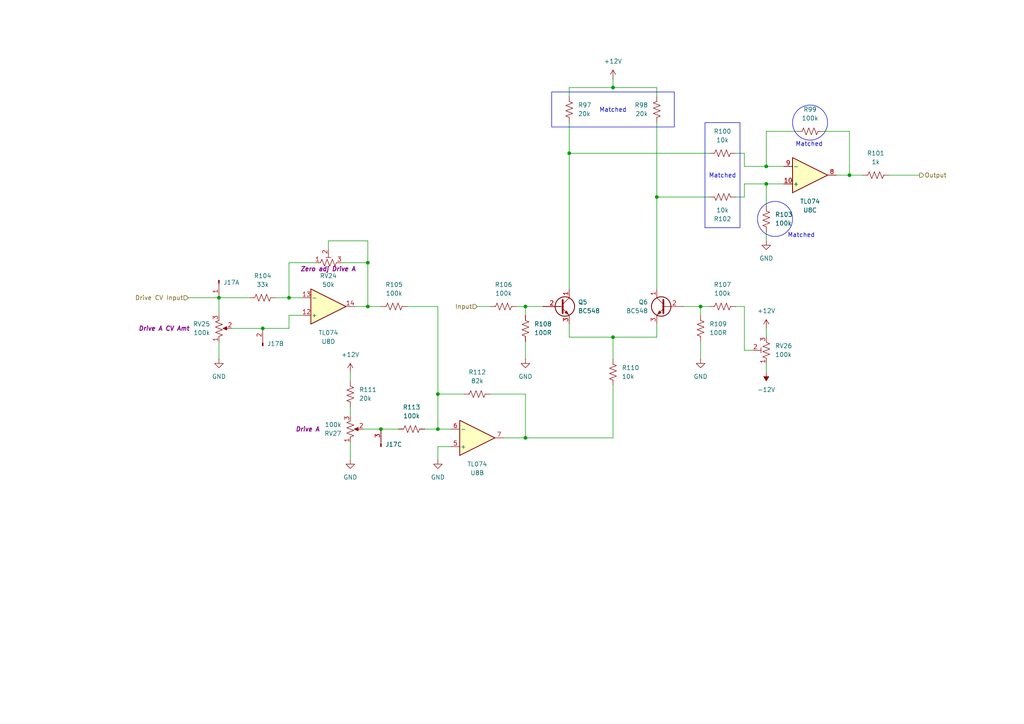
<source format=kicad_sch>
(kicad_sch (version 20231120) (generator "eeschema") (generator_version "8.0")
  (paper "A4")
  (title_block (company "DMH Instruments") (comment 1 "PCB for 10cm Kosmo format synthesizer module"))
  (lib_symbols
    (symbol "Amplifier_Operational:TL074" (pin_names (offset 0.127))
      (property "Reference" "U" (at 0 5.08 0))
      (property "Value" "TL074" (at 0 -5.08 0))
      (symbol "TL074_1_1"
        (polyline (pts (xy -5.08 5.08) (xy 5.08 0) (xy -5.08 -5.08) (xy -5.08 5.08)) (stroke (width 0.254)) (fill (type background)))
        (pin output line (at 7.62 0 180) (length 2.54) (name "~") (number "1"))
        (pin input line (at -7.62 -2.54 0) (length 2.54) (name "-") (number "2"))
        (pin input line (at -7.62 2.54 0) (length 2.54) (name "+") (number "3"))
      )
      (symbol "TL074_2_1"
        (polyline (pts (xy -5.08 5.08) (xy 5.08 0) (xy -5.08 -5.08) (xy -5.08 5.08)) (stroke (width 0.254)) (fill (type background)))
        (pin input line (at -7.62 2.54 0) (length 2.54) (name "+") (number "5"))
        (pin input line (at -7.62 -2.54 0) (length 2.54) (name "-") (number "6"))
        (pin output line (at 7.62 0 180) (length 2.54) (name "~") (number "7"))
      )
      (symbol "TL074_3_1"
        (polyline (pts (xy -5.08 5.08) (xy 5.08 0) (xy -5.08 -5.08) (xy -5.08 5.08)) (stroke (width 0.254)) (fill (type background)))
        (pin input line (at -7.62 2.54 0) (length 2.54) (name "+") (number "10"))
        (pin output line (at 7.62 0 180) (length 2.54) (name "~") (number "8"))
        (pin input line (at -7.62 -2.54 0) (length 2.54) (name "-") (number "9"))
      )
      (symbol "TL074_4_1"
        (polyline (pts (xy -5.08 5.08) (xy 5.08 0) (xy -5.08 -5.08) (xy -5.08 5.08)) (stroke (width 0.254)) (fill (type background)))
        (pin input line (at -7.62 2.54 0) (length 2.54) (name "+") (number "12"))
        (pin input line (at -7.62 -2.54 0) (length 2.54) (name "-") (number "13"))
        (pin output line (at 7.62 0 180) (length 2.54) (name "~") (number "14"))
      )
      (symbol "TL074_5_1"
        (pin power_in line (at -2.54 -7.62 90) (length 3.81) (name "V-") (number "11"))
        (pin power_in line (at -2.54 7.62 270) (length 3.81) (name "V+") (number "4"))
      )
    )
    (symbol "Device:R_Potentiometer_Trim_US" (pin_names (offset 1.016) hide)
      (property "Reference" "RV" (at -4.445 0 90))
      (property "Value" "R_Potentiometer_Trim_US" (at -2.54 0 90))
      (symbol "R_Potentiometer_Trim_US_0_1"
        (polyline (pts (xy 0 -2.286) (xy 0 -2.54)))
        (polyline (pts (xy 0 2.286) (xy 0 2.54)))
        (polyline (pts (xy 1.524 0.762) (xy 1.524 -0.762)))
        (polyline (pts (xy 2.54 0) (xy 1.524 0)))
        (polyline (pts (xy 0 -0.762) (xy 1.016 -1.143) (xy 0 -1.524) (xy -1.016 -1.905) (xy 0 -2.286)))
        (polyline (pts (xy 0 0.762) (xy 1.016 0.381) (xy 0 0) (xy -1.016 -0.381) (xy 0 -0.762)))
        (polyline (pts (xy 0 2.286) (xy 1.016 1.905) (xy 0 1.524) (xy -1.016 1.143) (xy 0 0.762)))
      )
      (symbol "R_Potentiometer_Trim_US_1_1"
        (pin passive line (at 0 3.81 270) (length 1.27) (name "1") (number "1"))
        (pin passive line (at 3.81 0 180) (length 1.27) (name "2") (number "2"))
        (pin passive line (at 0 -3.81 90) (length 1.27) (name "3") (number "3"))
      )
    )
    (symbol "Device:R_Potentiometer_US" (pin_names (offset 1.016) hide)
      (property "Reference" "RV" (at -4.445 0 90))
      (property "Value" "R_Potentiometer_US" (at -2.54 0 90))
      (symbol "R_Potentiometer_US_0_1"
        (polyline (pts (xy 0 -2.286) (xy 0 -2.54)))
        (polyline (pts (xy 0 2.54) (xy 0 2.286)))
        (polyline (pts (xy 2.54 0) (xy 1.524 0)))
        (polyline (pts (xy 1.143 0) (xy 2.286 0.508) (xy 2.286 -0.508) (xy 1.143 0)) (fill (type outline)))
        (polyline (pts (xy 0 -0.762) (xy 1.016 -1.143) (xy 0 -1.524) (xy -1.016 -1.905) (xy 0 -2.286)))
        (polyline (pts (xy 0 0.762) (xy 1.016 0.381) (xy 0 0) (xy -1.016 -0.381) (xy 0 -0.762)))
        (polyline (pts (xy 0 2.286) (xy 1.016 1.905) (xy 0 1.524) (xy -1.016 1.143) (xy 0 0.762)))
      )
      (symbol "R_Potentiometer_US_1_1"
        (pin passive line (at 0 3.81 270) (length 1.27) (name "1") (number "1"))
        (pin passive line (at 3.81 0 180) (length 1.27) (name "2") (number "2"))
        (pin passive line (at 0 -3.81 90) (length 1.27) (name "3") (number "3"))
      )
    )
    (symbol "Device:R_US" (pin_numbers hide) (pin_names (offset 0))
      (property "Reference" "R" (at 2.54 0 90))
      (property "Value" "R_US" (at -2.54 0 90))
      (symbol "R_US_0_1"
        (polyline (pts (xy 0 -2.286) (xy 0 -2.54)))
        (polyline (pts (xy 0 2.286) (xy 0 2.54)))
        (polyline (pts (xy 0 -0.762) (xy 1.016 -1.143) (xy 0 -1.524) (xy -1.016 -1.905) (xy 0 -2.286)))
        (polyline (pts (xy 0 0.762) (xy 1.016 0.381) (xy 0 0) (xy -1.016 -0.381) (xy 0 -0.762)))
        (polyline (pts (xy 0 2.286) (xy 1.016 1.905) (xy 0 1.524) (xy -1.016 1.143) (xy 0 0.762)))
      )
      (symbol "R_US_1_1"
        (pin passive line (at 0 3.81 270) (length 1.27) (name "~") (number "1"))
        (pin passive line (at 0 -3.81 90) (length 1.27) (name "~") (number "2"))
      )
    )
    (symbol "SynthStuff:Conn_01x10_PinHeader" (pin_names (offset 1.016) hide)
      (property "Reference" "J" (at 0 2.54 0))
      (symbol "Conn_01x10_PinHeader_1_1"
        (polyline (pts (xy 1.27 0) (xy 0.8636 0)) (stroke (width 0.1524)))
        (rectangle (start 0.8636 0.127) (end 0 -0.127) (stroke (width 0.1524)) (fill (type outline)))
        (pin passive line (at 5.08 0 180) (length 3.81) (name "Pin_1") (number "1"))
      )
      (symbol "Conn_01x10_PinHeader_2_1"
        (polyline (pts (xy 1.27 0) (xy 0.8636 0)) (stroke (width 0.1524)))
        (rectangle (start 0.8636 0.127) (end 0 -0.127) (stroke (width 0.1524)) (fill (type outline)))
        (pin passive line (at 5.08 0 180) (length 3.81) (name "Pin_2") (number "2"))
      )
      (symbol "Conn_01x10_PinHeader_3_1"
        (polyline (pts (xy 1.27 0) (xy 0.8636 0)) (stroke (width 0.1524)))
        (rectangle (start 0.8636 0.127) (end 0 -0.127) (stroke (width 0.1524)) (fill (type outline)))
        (pin passive line (at 5.08 0 180) (length 3.81) (name "Pin_3") (number "3"))
      )
      (symbol "Conn_01x10_PinHeader_4_1"
        (polyline (pts (xy 1.27 0) (xy 0.8636 0)) (stroke (width 0.1524)))
        (rectangle (start 0.8636 0.127) (end 0 -0.127) (stroke (width 0.1524)) (fill (type outline)))
        (pin passive line (at 5.08 0 180) (length 3.81) (name "Pin_4") (number "4"))
      )
      (symbol "Conn_01x10_PinHeader_5_1"
        (polyline (pts (xy 1.27 0) (xy 0.8636 0)) (stroke (width 0.1524)))
        (rectangle (start 0.8636 0.127) (end 0 -0.127) (stroke (width 0.1524)) (fill (type outline)))
        (pin passive line (at 5.08 0 180) (length 3.81) (name "Pin_5") (number "5"))
      )
      (symbol "Conn_01x10_PinHeader_6_1"
        (polyline (pts (xy 1.27 0) (xy 0.8636 0)) (stroke (width 0.1524)))
        (rectangle (start 0.8636 0.127) (end 0 -0.127) (stroke (width 0.1524)) (fill (type outline)))
        (pin passive line (at 5.08 0 180) (length 3.81) (name "Pin_6") (number "6"))
      )
      (symbol "Conn_01x10_PinHeader_7_1"
        (polyline (pts (xy 1.27 0) (xy 0.8636 0)) (stroke (width 0.1524)))
        (rectangle (start 0.8636 0.127) (end 0 -0.127) (stroke (width 0.1524)) (fill (type outline)))
        (pin passive line (at 5.08 0 180) (length 3.81) (name "Pin_7") (number "7"))
      )
      (symbol "Conn_01x10_PinHeader_8_1"
        (polyline (pts (xy 1.27 0) (xy 0.8636 0)) (stroke (width 0.1524)))
        (rectangle (start 0.8636 0.127) (end 0 -0.127) (stroke (width 0.1524)) (fill (type outline)))
        (pin passive line (at 5.08 0 180) (length 3.81) (name "Pin_8") (number "8"))
      )
      (symbol "Conn_01x10_PinHeader_9_1"
        (polyline (pts (xy 1.27 0) (xy 0.8636 0)) (stroke (width 0.1524)))
        (rectangle (start 0.8636 0.127) (end 0 -0.127) (stroke (width 0.1524)) (fill (type outline)))
        (pin passive line (at 5.08 0 180) (length 3.81) (name "Pin_9") (number "9"))
      )
      (symbol "Conn_01x10_PinHeader_10_1"
        (polyline (pts (xy 1.27 0) (xy 0.8636 0)) (stroke (width 0.1524)))
        (rectangle (start 0.8636 0.127) (end 0 -0.127) (stroke (width 0.1524)) (fill (type outline)))
        (pin passive line (at 5.08 0 180) (length 3.81) (name "Pin_10") (number "10"))
      )
    )
    (symbol "Transistor_BJT:BC548" (pin_names (offset 0) hide)
      (property "Reference" "Q" (at 5.08 1.905 0))
      (property "Value" "BC548" (at 5.08 0 0))
      (symbol "BC548_0_1"
        (polyline (pts (xy 0 0) (xy 0.635 0)))
        (polyline (pts (xy 0.635 0.635) (xy 2.54 2.54)))
        (polyline (pts (xy 0.635 -0.635) (xy 2.54 -2.54) (xy 2.54 -2.54)))
        (polyline (pts (xy 0.635 1.905) (xy 0.635 -1.905) (xy 0.635 -1.905)) (stroke (width 0.508)))
        (polyline (pts (xy 1.27 -1.778) (xy 1.778 -1.27) (xy 2.286 -2.286) (xy 1.27 -1.778) (xy 1.27 -1.778)) (fill (type outline)))
        (circle (center 1.27 0) (radius 2.8194) (stroke (width 0.254)))
      )
      (symbol "BC548_1_1"
        (pin passive line (at 2.54 5.08 270) (length 2.54) (name "C") (number "1"))
        (pin input line (at -5.08 0 0) (length 5.08) (name "B") (number "2"))
        (pin passive line (at 2.54 -5.08 90) (length 2.54) (name "E") (number "3"))
      )
    )
    (symbol "power:+12V" (power) (pin_numbers hide) (pin_names (offset 0) hide)
      (property "Value" "+12V" (at 0 3.556 0))
      (symbol "+12V_0_1"
        (polyline (pts (xy -0.762 1.27) (xy 0 2.54)))
        (polyline (pts (xy 0 0) (xy 0 2.54)))
        (polyline (pts (xy 0 2.54) (xy 0.762 1.27)))
      )
      (symbol "+12V_1_1"
        (pin power_in line (at 0 0 90) (length 0) (name "~") (number "1"))
      )
    )
    (symbol "power:-12V" (power) (pin_numbers hide) (pin_names (offset 0) hide)
      (property "Value" "-12V" (at 0 3.556 0))
      (symbol "-12V_0_0"
        (pin power_in line (at 0 0 90) (length 0) (name "~") (number "1"))
      )
      (symbol "-12V_0_1"
        (polyline (pts (xy 0 0) (xy 0 1.27) (xy 0.762 1.27) (xy 0 2.54) (xy -0.762 1.27) (xy 0 1.27)) (fill (type outline)))
      )
    )
    (symbol "power:GND" (power) (pin_numbers hide) (pin_names (offset 0) hide)
      (property "Value" "GND" (at 0 -3.81 0))
      (symbol "GND_0_1"
        (polyline (pts (xy 0 0) (xy 0 -1.27) (xy 1.27 -1.27) (xy 0 -2.54) (xy -1.27 -1.27) (xy 0 -1.27)))
      )
      (symbol "GND_1_1"
        (pin power_in line (at 0 0 270) (length 0) (name "~") (number "1"))
      )
    )
  )
  (junction (at 106.68 88.9))
  (junction (at 190.5 57.15))
  (junction (at 165.1 44.45))
  (junction (at 222.25 53.34))
  (junction (at 110.49 124.46))
  (junction (at 177.8 25.4))
  (junction (at 246.38 50.8))
  (junction (at 63.5 86.36))
  (junction (at 152.4 127))
  (junction (at 127 124.46))
  (junction (at 152.4 88.9))
  (junction (at 203.2 88.9))
  (junction (at 76.2 95.25))
  (junction (at 106.68 76.2))
  (junction (at 127 114.3))
  (junction (at 222.25 48.26))
  (junction (at 177.8 97.79))
  (junction (at 83.82 86.36))
  (wire (pts (xy 215.9 48.26) (xy 222.25 48.26)))
  (wire (pts (xy 190.5 57.15) (xy 190.5 83.82)))
  (wire (pts (xy 54.61 86.36) (xy 63.5 86.36)))
  (wire (pts (xy 190.5 25.4) (xy 177.8 25.4)))
  (wire (pts (xy 101.6 128.27) (xy 101.6 133.35)))
  (wire (pts (xy 165.1 44.45) (xy 205.74 44.45)))
  (wire (pts (xy 165.1 97.79) (xy 177.8 97.79)))
  (wire (pts (xy 127 114.3) (xy 127 124.46)))
  (wire (pts (xy 213.36 44.45) (xy 215.9 44.45)))
  (wire (pts (xy 222.25 67.31) (xy 222.25 69.85)))
  (wire (pts (xy 203.2 88.9) (xy 203.2 91.44)))
  (wire (pts (xy 67.31 95.25) (xy 76.2 95.25)))
  (wire (pts (xy 215.9 88.9) (xy 215.9 101.6)))
  (wire (pts (xy 165.1 44.45) (xy 165.1 83.82)))
  (wire (pts (xy 83.82 95.25) (xy 83.82 91.44)))
  (wire (pts (xy 222.25 95.25) (xy 222.25 97.79)))
  (wire (pts (xy 152.4 88.9) (xy 152.4 91.44)))
  (wire (pts (xy 257.81 50.8) (xy 266.7 50.8)))
  (wire (pts (xy 101.6 107.95) (xy 101.6 110.49)))
  (wire (pts (xy 106.68 88.9) (xy 110.49 88.9)))
  (wire (pts (xy 123.19 124.46) (xy 127 124.46)))
  (wire (pts (xy 238.76 38.1) (xy 246.38 38.1)))
  (wire (pts (xy 246.38 50.8) (xy 250.19 50.8)))
  (wire (pts (xy 80.01 86.36) (xy 83.82 86.36)))
  (wire (pts (xy 222.25 38.1) (xy 222.25 48.26)))
  (wire (pts (xy 222.25 53.34) (xy 227.33 53.34)))
  (wire (pts (xy 190.5 27.94) (xy 190.5 25.4)))
  (wire (pts (xy 95.25 69.85) (xy 106.68 69.85)))
  (wire (pts (xy 222.25 105.41) (xy 222.25 107.95)))
  (wire (pts (xy 165.1 27.94) (xy 165.1 25.4)))
  (wire (pts (xy 83.82 86.36) (xy 87.63 86.36)))
  (wire (pts (xy 165.1 35.56) (xy 165.1 44.45)))
  (wire (pts (xy 190.5 93.98) (xy 190.5 97.79)))
  (wire (pts (xy 110.49 124.46) (xy 115.57 124.46)))
  (wire (pts (xy 127 124.46) (xy 130.81 124.46)))
  (wire (pts (xy 215.9 44.45) (xy 215.9 48.26)))
  (wire (pts (xy 177.8 25.4) (xy 177.8 22.86)))
  (wire (pts (xy 101.6 118.11) (xy 101.6 120.65)))
  (wire (pts (xy 152.4 88.9) (xy 157.48 88.9)))
  (wire (pts (xy 118.11 88.9) (xy 127 88.9)))
  (wire (pts (xy 149.86 88.9) (xy 152.4 88.9)))
  (wire (pts (xy 190.5 57.15) (xy 205.74 57.15)))
  (wire (pts (xy 106.68 88.9) (xy 102.87 88.9)))
  (wire (pts (xy 190.5 97.79) (xy 177.8 97.79)))
  (wire (pts (xy 222.25 48.26) (xy 227.33 48.26)))
  (wire (pts (xy 152.4 127) (xy 177.8 127)))
  (wire (pts (xy 152.4 99.06) (xy 152.4 104.14)))
  (wire (pts (xy 63.5 86.36) (xy 63.5 91.44)))
  (wire (pts (xy 231.14 38.1) (xy 222.25 38.1)))
  (wire (pts (xy 203.2 99.06) (xy 203.2 104.14)))
  (wire (pts (xy 130.81 129.54) (xy 127 129.54)))
  (wire (pts (xy 142.24 114.3) (xy 152.4 114.3)))
  (wire (pts (xy 222.25 53.34) (xy 222.25 59.69)))
  (wire (pts (xy 63.5 86.36) (xy 72.39 86.36)))
  (wire (pts (xy 198.12 88.9) (xy 203.2 88.9)))
  (wire (pts (xy 215.9 53.34) (xy 222.25 53.34)))
  (wire (pts (xy 83.82 91.44) (xy 87.63 91.44)))
  (wire (pts (xy 146.05 127) (xy 152.4 127)))
  (wire (pts (xy 215.9 101.6) (xy 218.44 101.6)))
  (wire (pts (xy 76.2 95.25) (xy 83.82 95.25)))
  (wire (pts (xy 213.36 57.15) (xy 215.9 57.15)))
  (wire (pts (xy 134.62 114.3) (xy 127 114.3)))
  (wire (pts (xy 105.41 124.46) (xy 110.49 124.46)))
  (wire (pts (xy 106.68 76.2) (xy 106.68 88.9)))
  (wire (pts (xy 190.5 35.56) (xy 190.5 57.15)))
  (wire (pts (xy 177.8 97.79) (xy 177.8 104.14)))
  (wire (pts (xy 127 129.54) (xy 127 133.35)))
  (wire (pts (xy 203.2 88.9) (xy 205.74 88.9)))
  (wire (pts (xy 215.9 57.15) (xy 215.9 53.34)))
  (wire (pts (xy 83.82 76.2) (xy 83.82 86.36)))
  (wire (pts (xy 246.38 38.1) (xy 246.38 50.8)))
  (wire (pts (xy 242.57 50.8) (xy 246.38 50.8)))
  (wire (pts (xy 127 88.9) (xy 127 114.3)))
  (wire (pts (xy 106.68 69.85) (xy 106.68 76.2)))
  (wire (pts (xy 99.06 76.2) (xy 106.68 76.2)))
  (wire (pts (xy 152.4 114.3) (xy 152.4 127)))
  (wire (pts (xy 83.82 76.2) (xy 91.44 76.2)))
  (wire (pts (xy 138.43 88.9) (xy 142.24 88.9)))
  (wire (pts (xy 177.8 127) (xy 177.8 111.76)))
  (wire (pts (xy 63.5 99.06) (xy 63.5 104.14)))
  (wire (pts (xy 165.1 25.4) (xy 177.8 25.4)))
  (wire (pts (xy 165.1 93.98) (xy 165.1 97.79)))
  (wire (pts (xy 95.25 72.39) (xy 95.25 69.85)))
  (wire (pts (xy 213.36 88.9) (xy 215.9 88.9)))
  (rectangle (start 160.02 26.67) (end 195.58 36.83))
  (circle (center 224.79 63.5) (radius 5.08))
  (circle (center 234.95 35.56) (radius 5.08))
  (rectangle (start 204.47 35.56) (end 214.63 66.04))
  (text "Matched" (at 177.8 32.004 0) (effects (font (size 1.27 1.27))))
  (text "Matched" (at 234.696 41.91 0) (effects (font (size 1.27 1.27))))
  (text "Matched" (at 232.41 68.326 0) (effects (font (size 1.27 1.27))))
  (text "Matched" (at 209.55 51.054 0) (effects (font (size 1.27 1.27))))
  (hierarchical_label "Output" (shape output) (at 266.7 50.8 0))
  (hierarchical_label "Drive CV Input" (shape input) (at 54.61 86.36 180))
  (hierarchical_label "Input" (shape input) (at 138.43 88.9 180))
  (symbol (lib_id "power:GND") (at 203.2 104.14 0) (unit 1)
    (property "Reference" "#PWR085" (effects (hide yes)))
    (property "Value" "GND" (at 203.2 109.22 0))
    (property "Description" "Power symbol creates a global label with name \"GND\" , ground" (effects (hide yes)))
  )
  (symbol (lib_id "Device:R_US") (at 138.43 114.3 90) (unit 1)
    (property "Reference" "R112" (at 138.43 107.95 90))
    (property "Value" "82k" (at 138.43 110.49 90))
    (property "Footprint" "Resistor_THT:R_Axial_DIN0207_L6.3mm_D2.5mm_P7.62mm_Horizontal" (effects (hide yes)))
    (property "Description" "Resistor, US symbol" (effects (hide yes)))
  )
  (symbol (lib_id "Device:R_US") (at 177.8 107.95 180) (unit 1)
    (property "Reference" "R110" (at 180.34 106.6799 0) (effects (justify right)))
    (property "Value" "10k" (at 180.34 109.2199 0) (effects (justify right)))
    (property "Footprint" "Resistor_THT:R_Axial_DIN0207_L6.3mm_D2.5mm_P7.62mm_Horizontal" (effects (hide yes)))
    (property "Description" "Resistor, US symbol" (effects (hide yes)))
  )
  (symbol (lib_id "power:+12V") (at 177.8 22.86 0) (unit 1)
    (property "Reference" "#PWR080" (effects (hide yes)))
    (property "Value" "+12V" (at 177.8 17.78 0))
    (property "Description" "Power symbol creates a global label with name \"+12V\"" (effects (hide yes)))
  )
  (symbol (lib_id "Device:R_Potentiometer_Trim_US") (at 95.25 76.2 90) (unit 1)
    (property "Reference" "RV24" (at 95.25 80.01 90))
    (property "Value" "50k" (at 95.25 82.55 90))
    (property "Footprint" "Potentiometer_THT:Potentiometer_Bourns_3296W_Vertical" (effects (hide yes)))
    (property "Description" "Trim-potentiometer, US symbol" (effects (hide yes)))
    (property "Function" "Zero adj Drive A" (at 95.25 77.978 90) (effects (font (thickness 0.254) (bold yes) (italic yes))))
  )
  (symbol (lib_id "Device:R_US") (at 165.1 31.75 180) (unit 1)
    (property "Reference" "R97" (at 167.64 30.4799 0) (effects (justify right)))
    (property "Value" "20k" (at 167.64 33.0199 0) (effects (justify right)))
    (property "Footprint" "Resistor_THT:R_Axial_DIN0207_L6.3mm_D2.5mm_P7.62mm_Horizontal" (effects (hide yes)))
    (property "Description" "Resistor, US symbol" (effects (hide yes)))
  )
  (symbol (lib_id "SynthStuff:Conn_01x10_PinHeader") (at 63.5 81.28 270) (unit 1)
    (property "Reference" "J17" (at 64.77 81.9149 90) (effects (justify left)))
    (property "Value" "Conn_01x10_PinHeader" (effects (hide yes)))
    (property "Footprint" "Connector_PinHeader_2.54mm:PinHeader_1x10_P2.54mm_Vertical" (effects (hide yes)))
    (property "Description" "Generic connector, single row, 01x10" (effects (hide yes)))
  )
  (symbol (lib_id "Device:R_US") (at 119.38 124.46 90) (unit 1)
    (property "Reference" "R113" (at 119.38 118.11 90))
    (property "Value" "100k" (at 119.38 120.65 90))
    (property "Footprint" "Resistor_THT:R_Axial_DIN0207_L6.3mm_D2.5mm_P7.62mm_Horizontal" (effects (hide yes)))
    (property "Description" "Resistor, US symbol" (effects (hide yes)))
  )
  (symbol (lib_id "Device:R_US") (at 190.5 31.75 0) (mirror x) (unit 1)
    (property "Reference" "R98" (at 187.96 30.4799 0) (effects (justify right)))
    (property "Value" "20k" (at 187.96 33.0199 0) (effects (justify right)))
    (property "Footprint" "Resistor_THT:R_Axial_DIN0207_L6.3mm_D2.5mm_P7.62mm_Horizontal" (effects (hide yes)))
    (property "Description" "Resistor, US symbol" (effects (hide yes)))
  )
  (symbol (lib_id "Device:R_US") (at 222.25 63.5 0) (unit 1)
    (property "Reference" "R103" (at 224.79 62.2299 0) (effects (justify left)))
    (property "Value" "100k" (at 224.79 64.7699 0) (effects (justify left)))
    (property "Footprint" "Resistor_THT:R_Axial_DIN0207_L6.3mm_D2.5mm_P7.62mm_Horizontal" (effects (hide yes)))
    (property "Description" "Resistor, US symbol" (effects (hide yes)))
  )
  (symbol (lib_id "Transistor_BJT:BC548") (at 162.56 88.9 0) (unit 1)
    (property "Reference" "Q5" (at 167.64 87.6299 0) (effects (justify left)))
    (property "Value" "BC548" (at 167.64 90.1699 0) (effects (justify left)))
    (property "Footprint" "Package_TO_SOT_THT:TO-92L_Inline_Wide" (effects (hide yes)))
    (property "Datasheet" "https://www.onsemi.com/pub/Collateral/BC550-D.pdf" (effects (hide yes)))
    (property "Description" "0.1A Ic, 30V Vce, Small Signal NPN Transistor, TO-92" (effects (hide yes)))
  )
  (symbol (lib_id "Device:R_US") (at 254 50.8 270) (unit 1)
    (property "Reference" "R101" (at 254 44.45 90))
    (property "Value" "1k" (at 254 46.99 90))
    (property "Footprint" "Resistor_THT:R_Axial_DIN0207_L6.3mm_D2.5mm_P7.62mm_Horizontal" (effects (hide yes)))
    (property "Description" "Resistor, US symbol" (effects (hide yes)))
  )
  (symbol (lib_id "Device:R_US") (at 209.55 88.9 270) (unit 1)
    (property "Reference" "R107" (at 209.55 82.55 90))
    (property "Value" "100k" (at 209.55 85.09 90))
    (property "Footprint" "Resistor_THT:R_Axial_DIN0207_L6.3mm_D2.5mm_P7.62mm_Horizontal" (effects (hide yes)))
    (property "Description" "Resistor, US symbol" (effects (hide yes)))
  )
  (symbol (lib_id "Amplifier_Operational:TL074") (at 138.43 127 0) (mirror x) (unit 2)
    (property "Reference" "U8" (at 138.43 137.16 0))
    (property "Value" "TL074" (at 138.43 134.62 0))
    (property "Footprint" "Package_DIP:DIP-14_W7.62mm_Socket" (effects (hide yes)))
    (property "Datasheet" "http://www.ti.com/lit/ds/symlink/tl071.pdf" (effects (hide yes)))
    (property "Description" "Quad Low-Noise JFET-Input Operational Amplifiers, DIP-14/SOIC-14" (effects (hide yes)))
  )
  (symbol (lib_id "Device:R_US") (at 209.55 44.45 270) (unit 1)
    (property "Reference" "R100" (at 209.55 38.1 90))
    (property "Value" "10k" (at 209.55 40.64 90))
    (property "Footprint" "Resistor_THT:R_Axial_DIN0207_L6.3mm_D2.5mm_P7.62mm_Horizontal" (effects (hide yes)))
    (property "Description" "Resistor, US symbol" (effects (hide yes)))
  )
  (symbol (lib_id "Device:R_US") (at 76.2 86.36 90) (unit 1)
    (property "Reference" "R104" (at 76.2 80.01 90))
    (property "Value" "33k" (at 76.2 82.55 90))
    (property "Footprint" "Resistor_THT:R_Axial_DIN0207_L6.3mm_D2.5mm_P7.62mm_Horizontal" (effects (hide yes)))
    (property "Description" "Resistor, US symbol" (effects (hide yes)))
  )
  (symbol (lib_id "Device:R_US") (at 209.55 57.15 270) (mirror x) (unit 1)
    (property "Reference" "R102" (at 209.55 63.5 90))
    (property "Value" "10k" (at 209.55 60.96 90))
    (property "Footprint" "Resistor_THT:R_Axial_DIN0207_L6.3mm_D2.5mm_P7.62mm_Horizontal" (effects (hide yes)))
    (property "Description" "Resistor, US symbol" (effects (hide yes)))
  )
  (symbol (lib_id "SynthStuff:Conn_01x10_PinHeader") (at 76.2 100.33 90) (unit 2)
    (property "Reference" "J17" (at 77.47 99.6949 90) (effects (justify right)))
    (property "Value" "Conn_01x10_PinHeader" (effects (hide yes)))
    (property "Footprint" "Connector_PinHeader_2.54mm:PinHeader_1x10_P2.54mm_Vertical" (effects (hide yes)))
    (property "Description" "Generic connector, single row, 01x10" (effects (hide yes)))
  )
  (symbol (lib_id "power:-12V") (at 222.25 107.95 180) (unit 1)
    (property "Reference" "#PWR087" (effects (hide yes)))
    (property "Value" "-12V" (at 222.25 113.03 0))
    (property "Description" "Power symbol creates a global label with name \"-12V\"" (effects (hide yes)))
  )
  (symbol (lib_id "Device:R_Potentiometer_Trim_US") (at 222.25 101.6 180) (unit 1)
    (property "Reference" "RV26" (at 224.79 100.3299 0) (effects (justify right)))
    (property "Value" "100k" (at 224.79 102.8699 0) (effects (justify right)))
    (property "Footprint" "Potentiometer_THT:Potentiometer_Bourns_3296W_Vertical" (effects (hide yes)))
    (property "Description" "Trim-potentiometer, US symbol" (effects (hide yes)))
  )
  (symbol (lib_id "power:GND") (at 152.4 104.14 0) (unit 1)
    (property "Reference" "#PWR084" (effects (hide yes)))
    (property "Value" "GND" (at 152.4 109.22 0))
    (property "Description" "Power symbol creates a global label with name \"GND\" , ground" (effects (hide yes)))
  )
  (symbol (lib_id "Amplifier_Operational:TL074") (at 234.95 50.8 0) (mirror x) (unit 3)
    (property "Reference" "U8" (at 234.95 60.96 0))
    (property "Value" "TL074" (at 234.95 58.42 0))
    (property "Footprint" "Package_DIP:DIP-14_W7.62mm_Socket" (effects (hide yes)))
    (property "Datasheet" "http://www.ti.com/lit/ds/symlink/tl071.pdf" (effects (hide yes)))
    (property "Description" "Quad Low-Noise JFET-Input Operational Amplifiers, DIP-14/SOIC-14" (effects (hide yes)))
  )
  (symbol (lib_id "Device:R_US") (at 152.4 95.25 180) (unit 1)
    (property "Reference" "R108" (at 154.94 93.9799 0) (effects (justify right)))
    (property "Value" "100R" (at 154.94 96.5199 0) (effects (justify right)))
    (property "Footprint" "Resistor_THT:R_Axial_DIN0207_L6.3mm_D2.5mm_P7.62mm_Horizontal" (effects (hide yes)))
    (property "Description" "Resistor, US symbol" (effects (hide yes)))
  )
  (symbol (lib_id "SynthStuff:Conn_01x10_PinHeader") (at 110.49 129.54 90) (unit 3)
    (property "Reference" "J17" (at 111.76 128.9049 90) (effects (justify right)))
    (property "Value" "Conn_01x10_PinHeader" (effects (hide yes)))
    (property "Footprint" "Connector_PinHeader_2.54mm:PinHeader_1x10_P2.54mm_Vertical" (effects (hide yes)))
    (property "Description" "Generic connector, single row, 01x10" (effects (hide yes)))
  )
  (symbol (lib_id "power:GND") (at 127 133.35 0) (unit 1)
    (property "Reference" "#PWR089" (effects (hide yes)))
    (property "Value" "GND" (at 127 138.43 0))
    (property "Description" "Power symbol creates a global label with name \"GND\" , ground" (effects (hide yes)))
  )
  (symbol (lib_id "Device:R_US") (at 114.3 88.9 90) (unit 1)
    (property "Reference" "R105" (at 114.3 82.55 90))
    (property "Value" "100k" (at 114.3 85.09 90))
    (property "Footprint" "Resistor_THT:R_Axial_DIN0207_L6.3mm_D2.5mm_P7.62mm_Horizontal" (effects (hide yes)))
    (property "Description" "Resistor, US symbol" (effects (hide yes)))
  )
  (symbol (lib_id "power:GND") (at 222.25 69.85 0) (unit 1)
    (property "Reference" "#PWR081" (effects (hide yes)))
    (property "Value" "GND" (at 222.25 74.93 0))
    (property "Description" "Power symbol creates a global label with name \"GND\" , ground" (effects (hide yes)))
  )
  (symbol (lib_id "power:GND") (at 63.5 104.14 0) (unit 1)
    (property "Reference" "#PWR083" (effects (hide yes)))
    (property "Value" "GND" (at 63.5 109.22 0))
    (property "Description" "Power symbol creates a global label with name \"GND\" , ground" (effects (hide yes)))
  )
  (symbol (lib_id "Device:R_Potentiometer_US") (at 63.5 95.25 0) (mirror x) (unit 1)
    (property "Reference" "RV25" (at 60.96 93.9799 0) (effects (justify right)))
    (property "Value" "100k" (at 60.96 96.5199 0) (effects (justify right)))
    (property "Footprint" "SynthStuff:Potentiometer_TT_P110KH1" (effects (hide yes)))
    (property "Description" "Potentiometer, US symbol" (effects (hide yes)))
    (property "Function" "Drive A CV Amt" (at 47.498 95.25 0) (effects (font (thickness 0.254) (bold yes) (italic yes))))
  )
  (symbol (lib_id "power:GND") (at 101.6 133.35 0) (unit 1)
    (property "Reference" "#PWR088" (effects (hide yes)))
    (property "Value" "GND" (at 101.6 138.43 0))
    (property "Description" "Power symbol creates a global label with name \"GND\" , ground" (effects (hide yes)))
  )
  (symbol (lib_id "Device:R_US") (at 203.2 95.25 180) (unit 1)
    (property "Reference" "R109" (at 205.74 93.9799 0) (effects (justify right)))
    (property "Value" "100R" (at 205.74 96.5199 0) (effects (justify right)))
    (property "Footprint" "Resistor_THT:R_Axial_DIN0207_L6.3mm_D2.5mm_P7.62mm_Horizontal" (effects (hide yes)))
    (property "Description" "Resistor, US symbol" (effects (hide yes)))
  )
  (symbol (lib_id "Device:R_Potentiometer_US") (at 101.6 124.46 0) (mirror x) (unit 1)
    (property "Reference" "RV27" (at 99.06 125.7301 0) (effects (justify right)))
    (property "Value" "100k" (at 99.06 123.1901 0) (effects (justify right)))
    (property "Footprint" "SynthStuff:Potentiometer_Alpha_RD901F-40-00D_Single_Vertical" (effects (hide yes)))
    (property "Description" "Potentiometer, US symbol" (effects (hide yes)))
    (property "Function" "Drive A" (at 89.154 124.46 0) (effects (font (thickness 0.254) (bold yes) (italic yes))))
  )
  (symbol (lib_id "Transistor_BJT:BC548") (at 193.04 88.9 0) (mirror y) (unit 1)
    (property "Reference" "Q6" (at 187.96 87.6299 0) (effects (justify left)))
    (property "Value" "BC548" (at 187.96 90.1699 0) (effects (justify left)))
    (property "Footprint" "Package_TO_SOT_THT:TO-92L_Inline_Wide" (effects (hide yes)))
    (property "Datasheet" "https://www.onsemi.com/pub/Collateral/BC550-D.pdf" (effects (hide yes)))
    (property "Description" "0.1A Ic, 30V Vce, Small Signal NPN Transistor, TO-92" (effects (hide yes)))
  )
  (symbol (lib_id "Amplifier_Operational:TL074") (at 95.25 88.9 0) (mirror x) (unit 4)
    (property "Reference" "U8" (at 95.25 99.06 0))
    (property "Value" "TL074" (at 95.25 96.52 0))
    (property "Footprint" "Package_DIP:DIP-14_W7.62mm_Socket" (effects (hide yes)))
    (property "Datasheet" "http://www.ti.com/lit/ds/symlink/tl071.pdf" (effects (hide yes)))
    (property "Description" "Quad Low-Noise JFET-Input Operational Amplifiers, DIP-14/SOIC-14" (effects (hide yes)))
  )
  (symbol (lib_id "Device:R_US") (at 101.6 114.3 180) (unit 1)
    (property "Reference" "R111" (at 104.14 113.0299 0) (effects (justify right)))
    (property "Value" "20k" (at 104.14 115.5699 0) (effects (justify right)))
    (property "Footprint" "Resistor_THT:R_Axial_DIN0207_L6.3mm_D2.5mm_P7.62mm_Horizontal" (effects (hide yes)))
    (property "Description" "Resistor, US symbol" (effects (hide yes)))
  )
  (symbol (lib_id "power:+12V") (at 222.25 95.25 0) (unit 1)
    (property "Reference" "#PWR082" (effects (hide yes)))
    (property "Value" "+12V" (at 222.25 90.17 0))
    (property "Description" "Power symbol creates a global label with name \"+12V\"" (effects (hide yes)))
  )
  (symbol (lib_id "Device:R_US") (at 234.95 38.1 270) (unit 1)
    (property "Reference" "R99" (at 234.95 31.75 90))
    (property "Value" "100k" (at 234.95 34.29 90))
    (property "Footprint" "Resistor_THT:R_Axial_DIN0207_L6.3mm_D2.5mm_P7.62mm_Horizontal" (effects (hide yes)))
    (property "Description" "Resistor, US symbol" (effects (hide yes)))
  )
  (symbol (lib_id "power:+12V") (at 101.6 107.95 0) (unit 1)
    (property "Reference" "#PWR086" (effects (hide yes)))
    (property "Value" "+12V" (at 101.6 102.87 0))
    (property "Description" "Power symbol creates a global label with name \"+12V\"" (effects (hide yes)))
  )
  (symbol (lib_id "Device:R_US") (at 146.05 88.9 270) (unit 1)
    (property "Reference" "R106" (at 146.05 82.55 90))
    (property "Value" "100k" (at 146.05 85.09 90))
    (property "Footprint" "Resistor_THT:R_Axial_DIN0207_L6.3mm_D2.5mm_P7.62mm_Horizontal" (effects (hide yes)))
    (property "Description" "Resistor, US symbol" (effects (hide yes)))
  )
)
</source>
